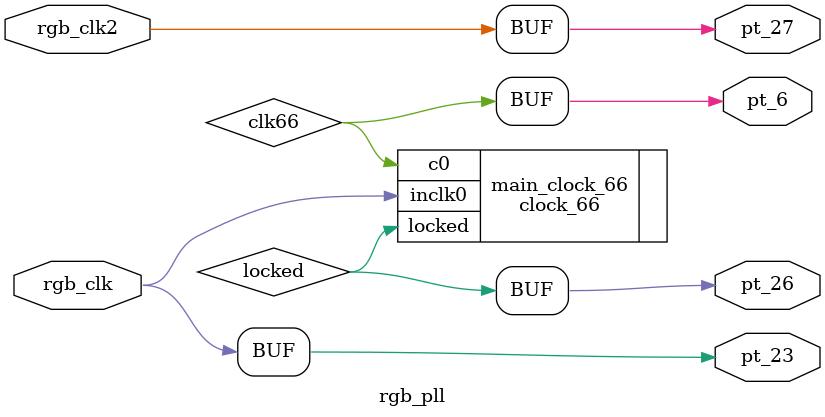
<source format=sv>

module rgb_pll
(
    input       rgb_clk,
    input       rgb_clk2,
    output      pt_6,
    output      pt_26,
    output      pt_23,
    output      pt_27
);

logic clk66;
logic locked;

assign pt_6 = clk66;
assign pt_23 = rgb_clk;
assign pt_26 = locked;
assign pt_27 = rgb_clk2;

clock_66 main_clock_66 (
    .inclk0(rgb_clk),
    .c0(clk66),
    .locked(locked)
);

endmodule


</source>
